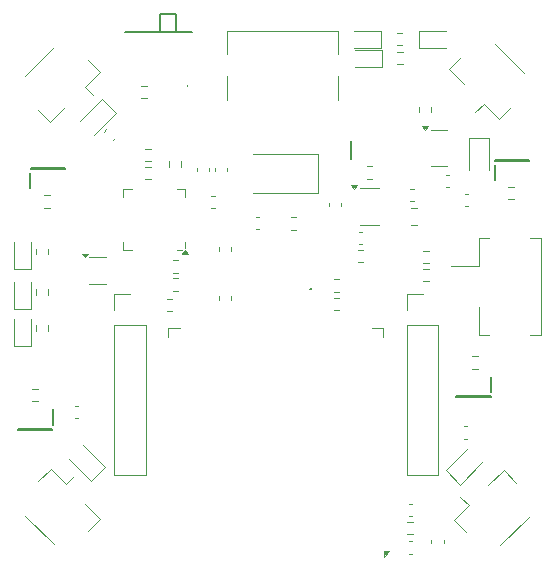
<source format=gbr>
%TF.GenerationSoftware,KiCad,Pcbnew,8.0.1*%
%TF.CreationDate,2024-05-11T18:36:51+02:00*%
%TF.ProjectId,Dron Wi-Fi ESP32,44726f6e-2057-4692-9d46-692045535033,rev?*%
%TF.SameCoordinates,Original*%
%TF.FileFunction,Legend,Top*%
%TF.FilePolarity,Positive*%
%FSLAX46Y46*%
G04 Gerber Fmt 4.6, Leading zero omitted, Abs format (unit mm)*
G04 Created by KiCad (PCBNEW 8.0.1) date 2024-05-11 18:36:51*
%MOMM*%
%LPD*%
G01*
G04 APERTURE LIST*
%ADD10C,0.120000*%
%ADD11C,0.200000*%
%ADD12C,0.100000*%
G04 APERTURE END LIST*
D10*
%TO.C,C15*%
X160744420Y-118900000D02*
X161025580Y-118900000D01*
X160744420Y-119920000D02*
X161025580Y-119920000D01*
%TO.C,R4*%
X134264665Y-96919322D02*
X133790149Y-96919322D01*
X134264665Y-97964322D02*
X133790149Y-97964322D01*
%TO.C,D1*%
X129194939Y-123547021D02*
X127314035Y-121666117D01*
X129194939Y-123547021D02*
X130397021Y-122344939D01*
X130397021Y-122344939D02*
X128516117Y-120464035D01*
%TO.C,R18*%
X146572258Y-101182500D02*
X146097742Y-101182500D01*
X146572258Y-102227500D02*
X146097742Y-102227500D01*
%TO.C,J7*%
X131170000Y-107670000D02*
X132500000Y-107670000D01*
X131170000Y-109000000D02*
X131170000Y-107670000D01*
X131170000Y-110270000D02*
X131170000Y-123030000D01*
X131170000Y-110270000D02*
X133830000Y-110270000D01*
X131170000Y-123030000D02*
X133830000Y-123030000D01*
X133830000Y-110270000D02*
X133830000Y-123030000D01*
%TO.C,J6*%
X159905223Y-126842767D02*
X161178015Y-125569975D01*
X160930527Y-127868072D02*
X159905223Y-126842767D01*
X161178015Y-125569975D02*
X160477979Y-124869939D01*
X163822594Y-128964087D02*
X166247970Y-126538711D01*
X164126650Y-122621340D02*
X162853858Y-123894132D01*
X165151955Y-123646644D02*
X164126650Y-122621340D01*
%TO.C,J1*%
X140730000Y-87350000D02*
X140730000Y-85450000D01*
X140730000Y-91250000D02*
X140730000Y-89250000D01*
X150130000Y-85450000D02*
X140730000Y-85450000D01*
X150130000Y-87350000D02*
X150130000Y-85450000D01*
X150130000Y-91250000D02*
X150130000Y-89250000D01*
%TO.C,R19*%
X124517500Y-107262742D02*
X124517500Y-107737258D01*
X125562500Y-107262742D02*
X125562500Y-107737258D01*
%TO.C,U5*%
X152762500Y-98740000D02*
X151962500Y-98740000D01*
X152762500Y-98740000D02*
X153562500Y-98740000D01*
X152762500Y-101860000D02*
X151962500Y-101860000D01*
X152762500Y-101860000D02*
X153562500Y-101860000D01*
X151462500Y-98790000D02*
X151222500Y-98460000D01*
X151702500Y-98460000D01*
X151462500Y-98790000D01*
G36*
X151462500Y-98790000D02*
G01*
X151222500Y-98460000D01*
X151702500Y-98460000D01*
X151462500Y-98790000D01*
G37*
%TO.C,R14*%
X136087258Y-108077500D02*
X135612742Y-108077500D01*
X136087258Y-109122500D02*
X135612742Y-109122500D01*
%TO.C,R5*%
X125712258Y-99317500D02*
X125237742Y-99317500D01*
X125712258Y-100362500D02*
X125237742Y-100362500D01*
%TO.C,C1*%
X139695000Y-97275580D02*
X139695000Y-96994420D01*
X140715000Y-97275580D02*
X140715000Y-96994420D01*
D11*
%TO.C,SW1*%
X135075000Y-84000000D02*
X135075000Y-85500000D01*
X136375000Y-84000000D02*
X135075000Y-84000000D01*
X136375000Y-85500000D02*
X136375000Y-84000000D01*
D12*
X137325000Y-89975000D02*
X137325000Y-89975000D01*
X137325000Y-90075000D02*
X137325000Y-90075000D01*
D11*
X137775000Y-85500000D02*
X132075000Y-85500000D01*
D12*
X137325000Y-89975000D02*
G75*
G02*
X137325000Y-90075000I0J-50000D01*
G01*
X137325000Y-90075000D02*
G75*
G02*
X137325000Y-89975000I0J50000D01*
G01*
D10*
%TO.C,D3*%
X130127401Y-91160517D02*
X128246497Y-93041421D01*
X131329483Y-92362599D02*
X129448579Y-94243503D01*
X131329483Y-92362599D02*
X130127401Y-91160517D01*
%TO.C,C12*%
X156089420Y-128640000D02*
X156370580Y-128640000D01*
X156089420Y-129660000D02*
X156370580Y-129660000D01*
%TO.C,R6*%
X136122742Y-104832500D02*
X136597258Y-104832500D01*
X136122742Y-105877500D02*
X136597258Y-105877500D01*
%TO.C,J5*%
X162040000Y-102965000D02*
X162040000Y-105290000D01*
X162040000Y-105290000D02*
X159650000Y-105290000D01*
X162040000Y-111135000D02*
X162040000Y-108810000D01*
X162890000Y-102965000D02*
X162040000Y-102965000D01*
X162890000Y-111135000D02*
X162040000Y-111135000D01*
X166410000Y-102965000D02*
X167260000Y-102965000D01*
X167260000Y-102965000D02*
X167260000Y-111135000D01*
X167260000Y-111135000D02*
X166410000Y-111135000D01*
%TO.C,LED1*%
X156982500Y-85385000D02*
X156982500Y-86855000D01*
X156982500Y-86855000D02*
X159267500Y-86855000D01*
X159267500Y-85385000D02*
X156982500Y-85385000D01*
D11*
%TO.C,T2*%
X124050000Y-98750000D02*
X124050000Y-97450000D01*
X124090000Y-97000000D02*
X127010000Y-97000000D01*
X124090000Y-97100000D02*
X124090000Y-97000000D01*
X127010000Y-97000000D02*
X127010000Y-97100000D01*
X127010000Y-97100000D02*
X124090000Y-97100000D01*
D10*
%TO.C,J4*%
X159500450Y-88627945D02*
X160773243Y-89900737D01*
X160525755Y-87602639D02*
X159500450Y-88627945D01*
X162449086Y-91576579D02*
X161749051Y-92276616D01*
X163721879Y-92849372D02*
X162449086Y-91576579D01*
X164747183Y-91824067D02*
X163721879Y-92849372D01*
X165843199Y-88932000D02*
X163417823Y-86506624D01*
%TO.C,R15*%
X133912258Y-90052500D02*
X133437742Y-90052500D01*
X133912258Y-91097500D02*
X133437742Y-91097500D01*
D11*
%TO.C,T3*%
X163365000Y-98055000D02*
X163365000Y-96755000D01*
X163405000Y-96305000D02*
X166325000Y-96305000D01*
X163405000Y-96405000D02*
X163405000Y-96305000D01*
X166325000Y-96305000D02*
X166325000Y-96405000D01*
X166325000Y-96405000D02*
X163405000Y-96405000D01*
D10*
%TO.C,R10*%
X156467258Y-126977500D02*
X155992742Y-126977500D01*
X156467258Y-128022500D02*
X155992742Y-128022500D01*
%TO.C,C16*%
X143425580Y-101195000D02*
X143144420Y-101195000D01*
X143425580Y-102215000D02*
X143144420Y-102215000D01*
%TO.C,U6*%
X135722407Y-110570000D02*
X136722407Y-110570000D01*
X135722407Y-111350000D02*
X135722407Y-110570000D01*
X153962407Y-110570000D02*
X152962407Y-110570000D01*
X153962407Y-111350000D02*
X153962407Y-110570000D01*
X153967407Y-129925000D02*
X153967407Y-129425000D01*
X154467407Y-129425000D01*
X153967407Y-129925000D01*
G36*
X153967407Y-129925000D02*
G01*
X153967407Y-129425000D01*
X154467407Y-129425000D01*
X153967407Y-129925000D01*
G37*
%TO.C,C5*%
X139399420Y-99350000D02*
X139680580Y-99350000D01*
X139399420Y-100370000D02*
X139680580Y-100370000D01*
%TO.C,R13*%
X161457742Y-112952500D02*
X161932258Y-112952500D01*
X161457742Y-113997500D02*
X161932258Y-113997500D01*
%TO.C,J2*%
X123652119Y-126447505D02*
X126077495Y-128872881D01*
X124748134Y-123555438D02*
X125773439Y-122530134D01*
X125773439Y-122530134D02*
X127046231Y-123802926D01*
X127046231Y-123802926D02*
X127746267Y-123102890D01*
X128969562Y-127776866D02*
X129994866Y-126751561D01*
X129994866Y-126751561D02*
X128722074Y-125478769D01*
%TO.C,C17*%
X140020000Y-108170580D02*
X140020000Y-107889420D01*
X141040000Y-108170580D02*
X141040000Y-107889420D01*
%TO.C,U3*%
X131952407Y-98776822D02*
X131952407Y-99501822D01*
X131952407Y-103996822D02*
X131952407Y-103271822D01*
X132677407Y-98776822D02*
X131952407Y-98776822D01*
X132677407Y-103996822D02*
X131952407Y-103996822D01*
X136447407Y-98776822D02*
X137172407Y-98776822D01*
X136447407Y-103996822D02*
X136872407Y-103996822D01*
X137172407Y-98776822D02*
X137172407Y-99501822D01*
X137172407Y-103271822D02*
X137172407Y-103756822D01*
X137412407Y-104326822D02*
X136932407Y-104326822D01*
X137172407Y-103996822D01*
X137412407Y-104326822D01*
G36*
X137412407Y-104326822D02*
G01*
X136932407Y-104326822D01*
X137172407Y-103996822D01*
X137412407Y-104326822D01*
G37*
D11*
%TO.C,T1*%
X122990000Y-119100000D02*
X125910000Y-119100000D01*
X122990000Y-119200000D02*
X122990000Y-119100000D01*
X125910000Y-119100000D02*
X125910000Y-119200000D01*
X125910000Y-119200000D02*
X122990000Y-119200000D01*
X125950000Y-117450000D02*
X125950000Y-118750000D01*
D10*
%TO.C,R1*%
X124212742Y-115702500D02*
X124687258Y-115702500D01*
X124212742Y-116747500D02*
X124687258Y-116747500D01*
%TO.C,U8*%
X157337742Y-105547500D02*
X157812258Y-105547500D01*
X157337742Y-106592500D02*
X157812258Y-106592500D01*
%TO.C,R12*%
X155107742Y-87177500D02*
X155582258Y-87177500D01*
X155107742Y-88222500D02*
X155582258Y-88222500D01*
%TO.C,R17*%
X149747742Y-106432500D02*
X150222258Y-106432500D01*
X149747742Y-107477500D02*
X150222258Y-107477500D01*
%TO.C,R20*%
X149752742Y-107987500D02*
X150227258Y-107987500D01*
X149752742Y-109032500D02*
X150227258Y-109032500D01*
%TO.C,U2*%
X156977500Y-92287258D02*
X156977500Y-91812742D01*
X158022500Y-92287258D02*
X158022500Y-91812742D01*
%TO.C,U4*%
X158662500Y-93765000D02*
X158012500Y-93765000D01*
X158662500Y-93765000D02*
X159312500Y-93765000D01*
X158662500Y-96885000D02*
X158012500Y-96885000D01*
X158662500Y-96885000D02*
X159312500Y-96885000D01*
X157500000Y-93815000D02*
X157260000Y-93485000D01*
X157740000Y-93485000D01*
X157500000Y-93815000D01*
G36*
X157500000Y-93815000D02*
G01*
X157260000Y-93485000D01*
X157740000Y-93485000D01*
X157500000Y-93815000D01*
G37*
%TO.C,J3*%
X124737639Y-92099245D02*
X125762944Y-93124549D01*
X125762944Y-93124549D02*
X127035736Y-91851757D01*
X126067000Y-86781802D02*
X123641624Y-89207178D01*
X128711579Y-90175914D02*
X129411615Y-90875950D01*
X128959067Y-87877817D02*
X129984371Y-88903122D01*
X129984371Y-88903122D02*
X128711579Y-90175914D01*
%TO.C,C7*%
X152148080Y-102420000D02*
X151866920Y-102420000D01*
X152148080Y-103440000D02*
X151866920Y-103440000D01*
%TO.C,C13*%
X156089420Y-125440000D02*
X156370580Y-125440000D01*
X156089420Y-126460000D02*
X156370580Y-126460000D01*
%TO.C,J8*%
X155945000Y-107670000D02*
X157275000Y-107670000D01*
X155945000Y-109000000D02*
X155945000Y-107670000D01*
X155945000Y-110270000D02*
X155945000Y-123030000D01*
X155945000Y-110270000D02*
X158605000Y-110270000D01*
X155945000Y-123030000D02*
X158605000Y-123030000D01*
X158605000Y-110270000D02*
X158605000Y-123030000D01*
%TO.C,R16*%
X124527500Y-110337742D02*
X124527500Y-110812258D01*
X125572500Y-110337742D02*
X125572500Y-110812258D01*
%TO.C,R2*%
X133775149Y-95389322D02*
X134249665Y-95389322D01*
X133775149Y-96434322D02*
X134249665Y-96434322D01*
%TO.C,C14*%
X159545580Y-97630000D02*
X159264420Y-97630000D01*
X159545580Y-98650000D02*
X159264420Y-98650000D01*
%TO.C,R21*%
X124507500Y-103837742D02*
X124507500Y-104312258D01*
X125552500Y-103837742D02*
X125552500Y-104312258D01*
%TO.C,R3*%
X135784907Y-96899080D02*
X135784907Y-96424564D01*
X136829907Y-96899080D02*
X136829907Y-96424564D01*
%TO.C,C4*%
X138155000Y-97285580D02*
X138155000Y-97004420D01*
X139175000Y-97285580D02*
X139175000Y-97004420D01*
%TO.C,R7*%
X136122742Y-106357500D02*
X136597258Y-106357500D01*
X136122742Y-107402500D02*
X136597258Y-107402500D01*
%TO.C,R8*%
X151775242Y-103937500D02*
X152249758Y-103937500D01*
X151775242Y-104982500D02*
X152249758Y-104982500D01*
D11*
%TO.C,U9*%
X147750000Y-107275000D02*
X147750000Y-107275000D01*
X147850000Y-107275000D02*
X147850000Y-107275000D01*
X147850000Y-107275000D02*
X147850000Y-107275000D01*
X147750000Y-107275000D02*
G75*
G02*
X147850000Y-107275000I50000J0D01*
G01*
X147750000Y-107275000D02*
G75*
G02*
X147850000Y-107275000I50000J0D01*
G01*
X147850000Y-107275000D02*
G75*
G02*
X147750000Y-107275000I-50000J0D01*
G01*
D10*
%TO.C,D5*%
X159227979Y-122619939D02*
X160430061Y-123822021D01*
X159227979Y-122619939D02*
X161108883Y-120739035D01*
X160430061Y-123822021D02*
X162310965Y-121941117D01*
%TO.C,LED4*%
X122685000Y-109777500D02*
X122685000Y-112062500D01*
X122685000Y-112062500D02*
X124155000Y-112062500D01*
X124155000Y-112062500D02*
X124155000Y-109777500D01*
D11*
%TO.C,IC1*%
X151190000Y-96263000D02*
X151190000Y-94738000D01*
D10*
%TO.C,C11*%
X160859420Y-99240000D02*
X161140580Y-99240000D01*
X160859420Y-100260000D02*
X161140580Y-100260000D01*
%TO.C,C10*%
X158030000Y-128765580D02*
X158030000Y-128484420D01*
X159050000Y-128765580D02*
X159050000Y-128484420D01*
%TO.C,LED2*%
X151492500Y-86855000D02*
X153777500Y-86855000D01*
X153777500Y-85385000D02*
X151492500Y-85385000D01*
X153777500Y-86855000D02*
X153777500Y-85385000D01*
%TO.C,Rprog1*%
X153012258Y-96877500D02*
X152537742Y-96877500D01*
X153012258Y-97922500D02*
X152537742Y-97922500D01*
%TO.C,C6*%
X130508781Y-93729970D02*
X130309970Y-93928781D01*
X131230030Y-94451219D02*
X131031219Y-94650030D01*
%TO.C,C18*%
X140000000Y-104020580D02*
X140000000Y-103739420D01*
X141020000Y-104020580D02*
X141020000Y-103739420D01*
%TO.C,LED6*%
X122675000Y-103272500D02*
X122675000Y-105557500D01*
X122675000Y-105557500D02*
X124145000Y-105557500D01*
X124145000Y-105557500D02*
X124145000Y-103272500D01*
%TO.C,D4*%
X161175000Y-94515000D02*
X161175000Y-97175000D01*
X162875000Y-94515000D02*
X161175000Y-94515000D01*
X162875000Y-94515000D02*
X162875000Y-97175000D01*
%TO.C,U1*%
X129040000Y-104540000D02*
X130450000Y-104540000D01*
X129050000Y-106860000D02*
X130450000Y-106860000D01*
X128670000Y-104590000D02*
X128430000Y-104260000D01*
X128910000Y-104260000D01*
X128670000Y-104590000D01*
G36*
X128670000Y-104590000D02*
G01*
X128430000Y-104260000D01*
X128910000Y-104260000D01*
X128670000Y-104590000D01*
G37*
%TO.C,C2*%
X128115580Y-117190000D02*
X127834420Y-117190000D01*
X128115580Y-118210000D02*
X127834420Y-118210000D01*
%TO.C,C8*%
X156311248Y-100365000D02*
X156833752Y-100365000D01*
X156311248Y-101835000D02*
X156833752Y-101835000D01*
%TO.C,LED5*%
X122675000Y-106697500D02*
X122675000Y-108982500D01*
X122675000Y-108982500D02*
X124145000Y-108982500D01*
X124145000Y-108982500D02*
X124145000Y-106697500D01*
%TO.C,R9*%
X165002258Y-98632500D02*
X164527742Y-98632500D01*
X165002258Y-99677500D02*
X164527742Y-99677500D01*
%TO.C,U7*%
X157812258Y-104027500D02*
X157337742Y-104027500D01*
X157812258Y-105072500D02*
X157337742Y-105072500D01*
%TO.C,C3*%
X149352500Y-99939420D02*
X149352500Y-100220580D01*
X150372500Y-99939420D02*
X150372500Y-100220580D01*
%TO.C,C9*%
X156226920Y-98820000D02*
X156508080Y-98820000D01*
X156226920Y-99840000D02*
X156508080Y-99840000D01*
%TO.C,LED3*%
X151512500Y-88465000D02*
X153797500Y-88465000D01*
X153797500Y-86995000D02*
X151512500Y-86995000D01*
X153797500Y-88465000D02*
X153797500Y-86995000D01*
%TO.C,D2*%
X148460000Y-95825000D02*
X142950000Y-95825000D01*
X148460000Y-99125000D02*
X142950000Y-99125000D01*
X148460000Y-99125000D02*
X148460000Y-95825000D01*
D11*
%TO.C,T4*%
X160140000Y-116325000D02*
X163060000Y-116325000D01*
X160140000Y-116425000D02*
X160140000Y-116325000D01*
X163060000Y-116325000D02*
X163060000Y-116425000D01*
X163060000Y-116425000D02*
X160140000Y-116425000D01*
X163100000Y-114675000D02*
X163100000Y-115975000D01*
D10*
%TO.C,R11*%
X155092742Y-85597500D02*
X155567258Y-85597500D01*
X155092742Y-86642500D02*
X155567258Y-86642500D01*
%TD*%
M02*

</source>
